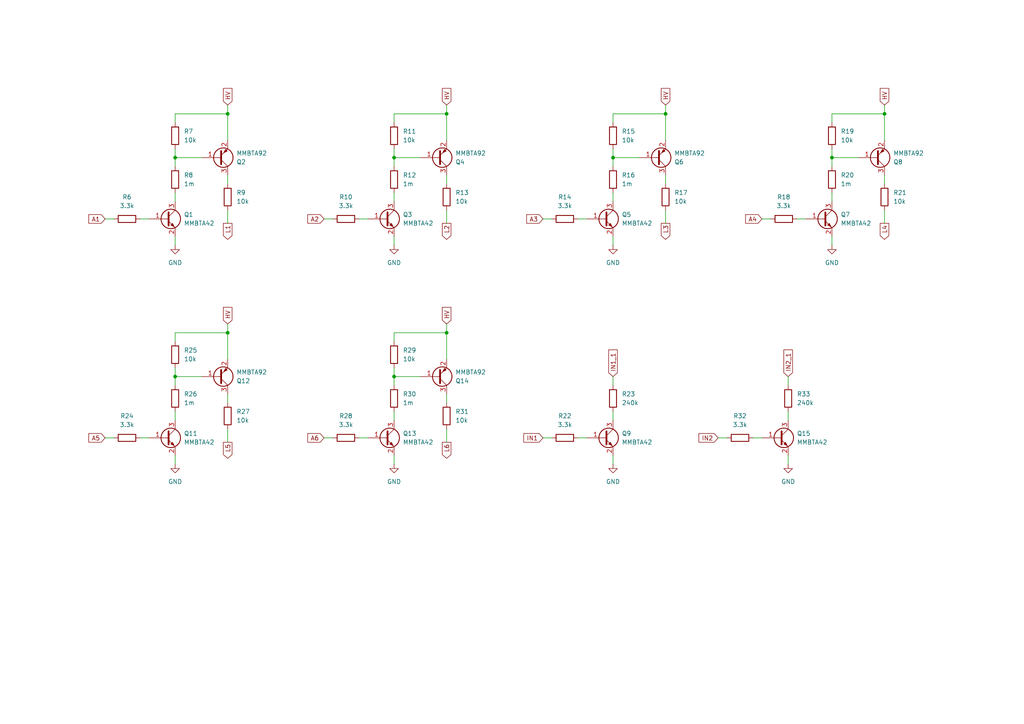
<source format=kicad_sch>
(kicad_sch (version 20231120) (generator "eeschema") (generator_version "8.0")
  (paper "A4")
  (lib_symbols
    (symbol "Device:R" (pin_numbers hide) (pin_names (offset 0))
      (property "Reference" "R" (at 2.032 0 90))
      (property "Value" "R" (at 0 0 90))
      (symbol "R_0_1"
        (rectangle (start -1.016 -2.54) (end 1.016 2.54) (stroke (width 0.254)))
      )
      (symbol "R_1_1"
        (pin passive line (at 0 3.81 270) (length 1.27) (name "~") (number "1"))
        (pin passive line (at 0 -3.81 90) (length 1.27) (name "~") (number "2"))
      )
    )
    (symbol "Transistor_BJT:MMBTA42" (pin_names (offset 0) hide)
      (property "Reference" "Q" (at 5.08 1.905 0))
      (property "Value" "MMBTA42" (at 5.08 0 0))
      (symbol "MMBTA42_0_1"
        (polyline (pts (xy 0 0) (xy 0.635 0)))
        (polyline (pts (xy 0.635 0.635) (xy 2.54 2.54)))
        (polyline (pts (xy 0.635 -0.635) (xy 2.54 -2.54) (xy 2.54 -2.54)))
        (polyline (pts (xy 0.635 1.905) (xy 0.635 -1.905) (xy 0.635 -1.905)) (stroke (width 0.508)))
        (polyline (pts (xy 1.27 -1.778) (xy 1.778 -1.27) (xy 2.286 -2.286) (xy 1.27 -1.778) (xy 1.27 -1.778)) (fill (type outline)))
        (circle (center 1.27 0) (radius 2.8194) (stroke (width 0.254)))
      )
      (symbol "MMBTA42_1_1"
        (pin input line (at -5.08 0 0) (length 5.08) (name "B") (number "1"))
        (pin passive line (at 2.54 -5.08 90) (length 2.54) (name "E") (number "2"))
        (pin passive line (at 2.54 5.08 270) (length 2.54) (name "C") (number "3"))
      )
    )
    (symbol "Transistor_BJT:MMBTA92" (pin_names (offset 0) hide)
      (property "Reference" "Q" (at 5.08 1.905 0))
      (property "Value" "MMBTA92" (at 5.08 0 0))
      (symbol "MMBTA92_0_1"
        (polyline (pts (xy 0 0) (xy 0.635 0)))
        (polyline (pts (xy 2.54 -2.54) (xy 0.635 -0.635)))
        (polyline (pts (xy 2.54 2.54) (xy 0.635 0.635)))
        (polyline (pts (xy 0.635 1.905) (xy 0.635 -1.905) (xy 0.635 -1.905)) (stroke (width 0.508)) (fill (type outline)))
        (polyline (pts (xy 1.905 -2.413) (xy 2.413 -1.905) (xy 1.397 -1.397) (xy 1.905 -2.413) (xy 1.905 -2.413)) (fill (type outline)))
        (circle (center 1.27 0) (radius 2.8194) (stroke (width 0.254)))
      )
      (symbol "MMBTA92_1_1"
        (pin input line (at -5.08 0 0) (length 5.08) (name "B") (number "1"))
        (pin passive line (at 2.54 -5.08 90) (length 2.54) (name "E") (number "2"))
        (pin passive line (at 2.54 5.08 270) (length 2.54) (name "C") (number "3"))
      )
    )
    (symbol "power:GND" (power) (pin_numbers hide) (pin_names (offset 0) hide)
      (property "Value" "GND" (at 0 -3.81 0))
      (symbol "GND_0_1"
        (polyline (pts (xy 0 0) (xy 0 -1.27) (xy 1.27 -1.27) (xy 0 -2.54) (xy -1.27 -1.27) (xy 0 -1.27)))
      )
      (symbol "GND_1_1"
        (pin power_in line (at 0 0 270) (length 0) (name "~") (number "1"))
      )
    )
  )
  (junction (at 193.04 33.02))
  (junction (at 50.8 109.22))
  (junction (at 66.04 33.02))
  (junction (at 256.54 33.02))
  (junction (at 114.3 109.22))
  (junction (at 241.3 45.72))
  (junction (at 114.3 45.72))
  (junction (at 129.54 33.02))
  (junction (at 177.8 45.72))
  (junction (at 66.04 96.52))
  (junction (at 129.54 96.52))
  (junction (at 50.8 45.72))
  (wire (pts (xy 114.3 99.06) (xy 114.3 96.52)))
  (wire (pts (xy 193.04 50.8) (xy 193.04 53.34)))
  (wire (pts (xy 220.98 63.5) (xy 223.52 63.5)))
  (wire (pts (xy 114.3 119.38) (xy 114.3 121.92)))
  (wire (pts (xy 114.3 55.88) (xy 114.3 58.42)))
  (wire (pts (xy 228.6 109.22) (xy 228.6 111.76)))
  (wire (pts (xy 177.8 33.02) (xy 193.04 33.02)))
  (wire (pts (xy 193.04 30.48) (xy 193.04 33.02)))
  (wire (pts (xy 157.48 127) (xy 160.02 127)))
  (wire (pts (xy 114.3 96.52) (xy 129.54 96.52)))
  (wire (pts (xy 177.8 55.88) (xy 177.8 58.42)))
  (wire (pts (xy 129.54 124.46) (xy 129.54 128.27)))
  (wire (pts (xy 129.54 114.3) (xy 129.54 116.84)))
  (wire (pts (xy 129.54 30.48) (xy 129.54 33.02)))
  (wire (pts (xy 50.8 99.06) (xy 50.8 96.52)))
  (wire (pts (xy 50.8 43.18) (xy 50.8 45.72)))
  (wire (pts (xy 114.3 106.68) (xy 114.3 109.22)))
  (wire (pts (xy 93.98 127) (xy 96.52 127)))
  (wire (pts (xy 129.54 93.98) (xy 129.54 96.52)))
  (wire (pts (xy 177.8 45.72) (xy 177.8 48.26)))
  (wire (pts (xy 50.8 45.72) (xy 58.42 45.72)))
  (wire (pts (xy 40.64 127) (xy 43.18 127)))
  (wire (pts (xy 129.54 33.02) (xy 129.54 40.64)))
  (wire (pts (xy 50.8 55.88) (xy 50.8 58.42)))
  (wire (pts (xy 193.04 33.02) (xy 193.04 40.64)))
  (wire (pts (xy 114.3 43.18) (xy 114.3 45.72)))
  (wire (pts (xy 114.3 132.08) (xy 114.3 134.62)))
  (wire (pts (xy 66.04 30.48) (xy 66.04 33.02)))
  (wire (pts (xy 50.8 96.52) (xy 66.04 96.52)))
  (wire (pts (xy 167.64 127) (xy 170.18 127)))
  (wire (pts (xy 50.8 109.22) (xy 58.42 109.22)))
  (wire (pts (xy 256.54 33.02) (xy 256.54 40.64)))
  (wire (pts (xy 66.04 33.02) (xy 66.04 40.64)))
  (wire (pts (xy 50.8 33.02) (xy 66.04 33.02)))
  (wire (pts (xy 241.3 35.56) (xy 241.3 33.02)))
  (wire (pts (xy 177.8 43.18) (xy 177.8 45.72)))
  (wire (pts (xy 104.14 63.5) (xy 106.68 63.5)))
  (wire (pts (xy 241.3 43.18) (xy 241.3 45.72)))
  (wire (pts (xy 177.8 45.72) (xy 185.42 45.72)))
  (wire (pts (xy 50.8 45.72) (xy 50.8 48.26)))
  (wire (pts (xy 66.04 93.98) (xy 66.04 96.52)))
  (wire (pts (xy 177.8 35.56) (xy 177.8 33.02)))
  (wire (pts (xy 50.8 106.68) (xy 50.8 109.22)))
  (wire (pts (xy 66.04 60.96) (xy 66.04 64.77)))
  (wire (pts (xy 177.8 109.22) (xy 177.8 111.76)))
  (wire (pts (xy 241.3 45.72) (xy 241.3 48.26)))
  (wire (pts (xy 228.6 132.08) (xy 228.6 134.62)))
  (wire (pts (xy 114.3 68.58) (xy 114.3 71.12)))
  (wire (pts (xy 167.64 63.5) (xy 170.18 63.5)))
  (wire (pts (xy 256.54 30.48) (xy 256.54 33.02)))
  (wire (pts (xy 40.64 63.5) (xy 43.18 63.5)))
  (wire (pts (xy 50.8 35.56) (xy 50.8 33.02)))
  (wire (pts (xy 50.8 132.08) (xy 50.8 134.62)))
  (wire (pts (xy 256.54 60.96) (xy 256.54 64.77)))
  (wire (pts (xy 241.3 33.02) (xy 256.54 33.02)))
  (wire (pts (xy 66.04 114.3) (xy 66.04 116.84)))
  (wire (pts (xy 177.8 119.38) (xy 177.8 121.92)))
  (wire (pts (xy 177.8 68.58) (xy 177.8 71.12)))
  (wire (pts (xy 30.48 127) (xy 33.02 127)))
  (wire (pts (xy 177.8 132.08) (xy 177.8 134.62)))
  (wire (pts (xy 231.14 63.5) (xy 233.68 63.5)))
  (wire (pts (xy 256.54 50.8) (xy 256.54 53.34)))
  (wire (pts (xy 129.54 60.96) (xy 129.54 64.77)))
  (wire (pts (xy 208.28 127) (xy 210.82 127)))
  (wire (pts (xy 114.3 109.22) (xy 121.92 109.22)))
  (wire (pts (xy 30.48 63.5) (xy 33.02 63.5)))
  (wire (pts (xy 157.48 63.5) (xy 160.02 63.5)))
  (wire (pts (xy 218.44 127) (xy 220.98 127)))
  (wire (pts (xy 129.54 50.8) (xy 129.54 53.34)))
  (wire (pts (xy 66.04 124.46) (xy 66.04 128.27)))
  (wire (pts (xy 104.14 127) (xy 106.68 127)))
  (wire (pts (xy 241.3 68.58) (xy 241.3 71.12)))
  (wire (pts (xy 193.04 60.96) (xy 193.04 64.77)))
  (wire (pts (xy 66.04 96.52) (xy 66.04 104.14)))
  (wire (pts (xy 50.8 119.38) (xy 50.8 121.92)))
  (wire (pts (xy 241.3 45.72) (xy 248.92 45.72)))
  (wire (pts (xy 50.8 109.22) (xy 50.8 111.76)))
  (wire (pts (xy 241.3 55.88) (xy 241.3 58.42)))
  (wire (pts (xy 50.8 68.58) (xy 50.8 71.12)))
  (wire (pts (xy 228.6 119.38) (xy 228.6 121.92)))
  (wire (pts (xy 66.04 50.8) (xy 66.04 53.34)))
  (wire (pts (xy 114.3 109.22) (xy 114.3 111.76)))
  (wire (pts (xy 93.98 63.5) (xy 96.52 63.5)))
  (wire (pts (xy 114.3 45.72) (xy 114.3 48.26)))
  (wire (pts (xy 114.3 33.02) (xy 129.54 33.02)))
  (wire (pts (xy 114.3 45.72) (xy 121.92 45.72)))
  (wire (pts (xy 129.54 96.52) (xy 129.54 104.14)))
  (wire (pts (xy 114.3 35.56) (xy 114.3 33.02)))
  (global_label "L6" (shape output) (at 129.54 128.27 270) (property "Intersheetrefs" "${INTERSHEET_REFS}" (effects (hide yes))))
  (global_label "IN1_1" (shape input) (at 177.8 109.22 90) (property "Intersheetrefs" "${INTERSHEET_REFS}" (effects (hide yes))))
  (global_label "L1" (shape output) (at 66.04 64.77 270) (property "Intersheetrefs" "${INTERSHEET_REFS}" (effects (hide yes))))
  (global_label "L3" (shape output) (at 193.04 64.77 270) (property "Intersheetrefs" "${INTERSHEET_REFS}" (effects (hide yes))))
  (global_label "A1" (shape input) (at 30.48 63.5 180) (property "Intersheetrefs" "${INTERSHEET_REFS}" (effects (hide yes))))
  (global_label "HV" (shape input) (at 129.54 30.48 90) (property "Intersheetrefs" "${INTERSHEET_REFS}" (effects (hide yes))))
  (global_label "HV" (shape input) (at 193.04 30.48 90) (property "Intersheetrefs" "${INTERSHEET_REFS}" (effects (hide yes))))
  (global_label "L4" (shape output) (at 256.54 64.77 270) (property "Intersheetrefs" "${INTERSHEET_REFS}" (effects (hide yes))))
  (global_label "A2" (shape input) (at 93.98 63.5 180) (property "Intersheetrefs" "${INTERSHEET_REFS}" (effects (hide yes))))
  (global_label "IN1" (shape input) (at 157.48 127 180) (property "Intersheetrefs" "${INTERSHEET_REFS}" (effects (hide yes))))
  (global_label "L2" (shape output) (at 129.54 64.77 270) (property "Intersheetrefs" "${INTERSHEET_REFS}" (effects (hide yes))))
  (global_label "HV" (shape input) (at 256.54 30.48 90) (property "Intersheetrefs" "${INTERSHEET_REFS}" (effects (hide yes))))
  (global_label "HV" (shape input) (at 66.04 30.48 90) (property "Intersheetrefs" "${INTERSHEET_REFS}" (effects (hide yes))))
  (global_label "HV" (shape input) (at 129.54 93.98 90) (property "Intersheetrefs" "${INTERSHEET_REFS}" (effects (hide yes))))
  (global_label "IN2" (shape input) (at 208.28 127 180) (property "Intersheetrefs" "${INTERSHEET_REFS}" (effects (hide yes))))
  (global_label "A6" (shape input) (at 93.98 127 180) (property "Intersheetrefs" "${INTERSHEET_REFS}" (effects (hide yes))))
  (global_label "HV" (shape input) (at 66.04 93.98 90) (property "Intersheetrefs" "${INTERSHEET_REFS}" (effects (hide yes))))
  (global_label "L5" (shape output) (at 66.04 128.27 270) (property "Intersheetrefs" "${INTERSHEET_REFS}" (effects (hide yes))))
  (global_label "IN2_1" (shape input) (at 228.6 109.22 90) (property "Intersheetrefs" "${INTERSHEET_REFS}" (effects (hide yes))))
  (global_label "A5" (shape input) (at 30.48 127 180) (property "Intersheetrefs" "${INTERSHEET_REFS}" (effects (hide yes))))
  (global_label "A4" (shape input) (at 220.98 63.5 180) (property "Intersheetrefs" "${INTERSHEET_REFS}" (effects (hide yes))))
  (global_label "A3" (shape input) (at 157.48 63.5 180) (property "Intersheetrefs" "${INTERSHEET_REFS}" (effects (hide yes))))
  (symbol (lib_id "Device:R") (at 50.8 115.57 180) (unit 1)
    (property "Reference" "R26" (at 53.34 114.3 0) (effects (justify right)))
    (property "Value" "1m" (at 53.34 116.84 0) (effects (justify right)))
    (property "Footprint" "Resistor_SMD:R_0805_2012Metric_Pad1.20x1.40mm_HandSolder" (effects (hide yes)))
  )
  (symbol (lib_id "Device:R") (at 177.8 52.07 180) (unit 1)
    (property "Reference" "R16" (at 180.34 50.8 0) (effects (justify right)))
    (property "Value" "1m" (at 180.34 53.34 0) (effects (justify right)))
    (property "Footprint" "Resistor_SMD:R_0805_2012Metric_Pad1.20x1.40mm_HandSolder" (effects (hide yes)))
  )
  (symbol (lib_id "Transistor_BJT:MMBTA42") (at 175.26 127 0) (unit 1)
    (property "Reference" "Q9" (at 180.34 125.73 0) (effects (justify left)))
    (property "Value" "MMBTA42" (at 180.34 128.27 0) (effects (justify left)))
    (property "Footprint" "Package_TO_SOT_SMD:SOT-23" (effects (hide yes)))
    (property "Datasheet" "https://www.onsemi.com/pub/Collateral/MMBTA42LT1-D.PDF" (effects (hide yes)))
  )
  (symbol (lib_id "Transistor_BJT:MMBTA92") (at 127 109.22 0) (mirror x) (unit 1)
    (property "Reference" "Q14" (at 132.08 110.49 0) (effects (justify left)))
    (property "Value" "MMBTA92" (at 132.08 107.95 0) (effects (justify left)))
    (property "Footprint" "Package_TO_SOT_SMD:SOT-23" (effects (hide yes)))
    (property "Datasheet" "https://www.onsemi.com/pub/Collateral/MMBTA92LT1-D.PDF" (effects (hide yes)))
  )
  (symbol (lib_id "Device:R") (at 129.54 120.65 180) (unit 1)
    (property "Reference" "R31" (at 132.08 119.38 0) (effects (justify right)))
    (property "Value" "10k" (at 132.08 121.92 0) (effects (justify right)))
    (property "Footprint" "Resistor_SMD:R_0805_2012Metric_Pad1.20x1.40mm_HandSolder" (effects (hide yes)))
  )
  (symbol (lib_id "Device:R") (at 50.8 102.87 180) (unit 1)
    (property "Reference" "R25" (at 53.34 101.6 0) (effects (justify right)))
    (property "Value" "10k" (at 53.34 104.14 0) (effects (justify right)))
    (property "Footprint" "Resistor_SMD:R_0805_2012Metric_Pad1.20x1.40mm_HandSolder" (effects (hide yes)))
  )
  (symbol (lib_id "power:GND") (at 50.8 134.62 0) (unit 1)
    (property "Reference" "#PWR033" (effects (hide yes)))
    (property "Value" "GND" (at 50.8 139.7 0))
    (property "Description" "Power symbol creates a global label with name \"GND\" , ground" (effects (hide yes)))
  )
  (symbol (lib_id "Transistor_BJT:MMBTA42") (at 48.26 63.5 0) (unit 1)
    (property "Reference" "Q1" (at 53.34 62.23 0) (effects (justify left)))
    (property "Value" "MMBTA42" (at 53.34 64.77 0) (effects (justify left)))
    (property "Footprint" "Package_TO_SOT_SMD:SOT-23" (effects (hide yes)))
    (property "Datasheet" "https://www.onsemi.com/pub/Collateral/MMBTA42LT1-D.PDF" (effects (hide yes)))
  )
  (symbol (lib_id "Transistor_BJT:MMBTA42") (at 111.76 63.5 0) (unit 1)
    (property "Reference" "Q3" (at 116.84 62.23 0) (effects (justify left)))
    (property "Value" "MMBTA42" (at 116.84 64.77 0) (effects (justify left)))
    (property "Footprint" "Package_TO_SOT_SMD:SOT-23" (effects (hide yes)))
    (property "Datasheet" "https://www.onsemi.com/pub/Collateral/MMBTA42LT1-D.PDF" (effects (hide yes)))
  )
  (symbol (lib_id "Transistor_BJT:MMBTA92") (at 254 45.72 0) (mirror x) (unit 1)
    (property "Reference" "Q8" (at 259.08 46.99 0) (effects (justify left)))
    (property "Value" "MMBTA92" (at 259.08 44.45 0) (effects (justify left)))
    (property "Footprint" "Package_TO_SOT_SMD:SOT-23" (effects (hide yes)))
    (property "Datasheet" "https://www.onsemi.com/pub/Collateral/MMBTA92LT1-D.PDF" (effects (hide yes)))
  )
  (symbol (lib_id "Transistor_BJT:MMBTA42") (at 48.26 127 0) (unit 1)
    (property "Reference" "Q11" (at 53.34 125.73 0) (effects (justify left)))
    (property "Value" "MMBTA42" (at 53.34 128.27 0) (effects (justify left)))
    (property "Footprint" "Package_TO_SOT_SMD:SOT-23" (effects (hide yes)))
    (property "Datasheet" "https://www.onsemi.com/pub/Collateral/MMBTA42LT1-D.PDF" (effects (hide yes)))
  )
  (symbol (lib_id "power:GND") (at 228.6 134.62 0) (unit 1)
    (property "Reference" "#PWR035" (effects (hide yes)))
    (property "Value" "GND" (at 228.6 139.7 0))
    (property "Description" "Power symbol creates a global label with name \"GND\" , ground" (effects (hide yes)))
  )
  (symbol (lib_id "Device:R") (at 66.04 57.15 180) (unit 1)
    (property "Reference" "R9" (at 68.58 55.88 0) (effects (justify right)))
    (property "Value" "10k" (at 68.58 58.42 0) (effects (justify right)))
    (property "Footprint" "Resistor_SMD:R_0805_2012Metric_Pad1.20x1.40mm_HandSolder" (effects (hide yes)))
  )
  (symbol (lib_id "Device:R") (at 241.3 52.07 180) (unit 1)
    (property "Reference" "R20" (at 243.84 50.8 0) (effects (justify right)))
    (property "Value" "1m" (at 243.84 53.34 0) (effects (justify right)))
    (property "Footprint" "Resistor_SMD:R_0805_2012Metric_Pad1.20x1.40mm_HandSolder" (effects (hide yes)))
  )
  (symbol (lib_id "Device:R") (at 163.83 63.5 90) (unit 1)
    (property "Reference" "R14" (at 163.83 57.15 90))
    (property "Value" "3.3k" (at 163.83 59.69 90))
    (property "Footprint" "Resistor_SMD:R_0805_2012Metric_Pad1.20x1.40mm_HandSolder" (effects (hide yes)))
  )
  (symbol (lib_id "Device:R") (at 256.54 57.15 180) (unit 1)
    (property "Reference" "R21" (at 259.08 55.88 0) (effects (justify right)))
    (property "Value" "10k" (at 259.08 58.42 0) (effects (justify right)))
    (property "Footprint" "Resistor_SMD:R_0805_2012Metric_Pad1.20x1.40mm_HandSolder" (effects (hide yes)))
  )
  (symbol (lib_id "Device:R") (at 114.3 102.87 180) (unit 1)
    (property "Reference" "R29" (at 116.84 101.6 0) (effects (justify right)))
    (property "Value" "10k" (at 116.84 104.14 0) (effects (justify right)))
    (property "Footprint" "Resistor_SMD:R_0805_2012Metric_Pad1.20x1.40mm_HandSolder" (effects (hide yes)))
  )
  (symbol (lib_id "Device:R") (at 227.33 63.5 90) (unit 1)
    (property "Reference" "R18" (at 227.33 57.15 90))
    (property "Value" "3.3k" (at 227.33 59.69 90))
    (property "Footprint" "Resistor_SMD:R_0805_2012Metric_Pad1.20x1.40mm_HandSolder" (effects (hide yes)))
  )
  (symbol (lib_id "Transistor_BJT:MMBTA42") (at 111.76 127 0) (unit 1)
    (property "Reference" "Q13" (at 116.84 125.73 0) (effects (justify left)))
    (property "Value" "MMBTA42" (at 116.84 128.27 0) (effects (justify left)))
    (property "Footprint" "Package_TO_SOT_SMD:SOT-23" (effects (hide yes)))
    (property "Datasheet" "https://www.onsemi.com/pub/Collateral/MMBTA42LT1-D.PDF" (effects (hide yes)))
  )
  (symbol (lib_id "Device:R") (at 241.3 39.37 180) (unit 1)
    (property "Reference" "R19" (at 243.84 38.1 0) (effects (justify right)))
    (property "Value" "10k" (at 243.84 40.64 0) (effects (justify right)))
    (property "Footprint" "Resistor_SMD:R_0805_2012Metric_Pad1.20x1.40mm_HandSolder" (effects (hide yes)))
  )
  (symbol (lib_id "Transistor_BJT:MMBTA92") (at 190.5 45.72 0) (mirror x) (unit 1)
    (property "Reference" "Q6" (at 195.58 46.99 0) (effects (justify left)))
    (property "Value" "MMBTA92" (at 195.58 44.45 0) (effects (justify left)))
    (property "Footprint" "Package_TO_SOT_SMD:SOT-23" (effects (hide yes)))
    (property "Datasheet" "https://www.onsemi.com/pub/Collateral/MMBTA92LT1-D.PDF" (effects (hide yes)))
  )
  (symbol (lib_id "Device:R") (at 100.33 127 90) (unit 1)
    (property "Reference" "R28" (at 100.33 120.65 90))
    (property "Value" "3.3k" (at 100.33 123.19 90))
    (property "Footprint" "Resistor_SMD:R_0805_2012Metric_Pad1.20x1.40mm_HandSolder" (effects (hide yes)))
  )
  (symbol (lib_id "power:GND") (at 241.3 71.12 0) (unit 1)
    (property "Reference" "#PWR018" (effects (hide yes)))
    (property "Value" "GND" (at 241.3 76.2 0))
    (property "Description" "Power symbol creates a global label with name \"GND\" , ground" (effects (hide yes)))
  )
  (symbol (lib_id "Transistor_BJT:MMBTA92") (at 127 45.72 0) (mirror x) (unit 1)
    (property "Reference" "Q4" (at 132.08 46.99 0) (effects (justify left)))
    (property "Value" "MMBTA92" (at 132.08 44.45 0) (effects (justify left)))
    (property "Footprint" "Package_TO_SOT_SMD:SOT-23" (effects (hide yes)))
    (property "Datasheet" "https://www.onsemi.com/pub/Collateral/MMBTA92LT1-D.PDF" (effects (hide yes)))
  )
  (symbol (lib_id "Device:R") (at 193.04 57.15 180) (unit 1)
    (property "Reference" "R17" (at 195.58 55.88 0) (effects (justify right)))
    (property "Value" "10k" (at 195.58 58.42 0) (effects (justify right)))
    (property "Footprint" "Resistor_SMD:R_0805_2012Metric_Pad1.20x1.40mm_HandSolder" (effects (hide yes)))
  )
  (symbol (lib_id "power:GND") (at 177.8 134.62 0) (unit 1)
    (property "Reference" "#PWR021" (effects (hide yes)))
    (property "Value" "GND" (at 177.8 139.7 0))
    (property "Description" "Power symbol creates a global label with name \"GND\" , ground" (effects (hide yes)))
  )
  (symbol (lib_id "Device:R") (at 214.63 127 90) (unit 1)
    (property "Reference" "R32" (at 214.63 120.65 90))
    (property "Value" "3.3k" (at 214.63 123.19 90))
    (property "Footprint" "Resistor_SMD:R_0805_2012Metric_Pad1.20x1.40mm_HandSolder" (effects (hide yes)))
  )
  (symbol (lib_id "Device:R") (at 50.8 52.07 180) (unit 1)
    (property "Reference" "R8" (at 53.34 50.8 0) (effects (justify right)))
    (property "Value" "1m" (at 53.34 53.34 0) (effects (justify right)))
    (property "Footprint" "Resistor_SMD:R_0805_2012Metric_Pad1.20x1.40mm_HandSolder" (effects (hide yes)))
  )
  (symbol (lib_id "Device:R") (at 114.3 39.37 180) (unit 1)
    (property "Reference" "R11" (at 116.84 38.1 0) (effects (justify right)))
    (property "Value" "10k" (at 116.84 40.64 0) (effects (justify right)))
    (property "Footprint" "Resistor_SMD:R_0805_2012Metric_Pad1.20x1.40mm_HandSolder" (effects (hide yes)))
  )
  (symbol (lib_id "Device:R") (at 177.8 115.57 180) (unit 1)
    (property "Reference" "R23" (at 180.34 114.3 0) (effects (justify right)))
    (property "Value" "240k" (at 180.34 116.84 0) (effects (justify right)))
    (property "Footprint" "Resistor_SMD:R_0805_2012Metric_Pad1.20x1.40mm_HandSolder" (effects (hide yes)))
  )
  (symbol (lib_id "Transistor_BJT:MMBTA42") (at 238.76 63.5 0) (unit 1)
    (property "Reference" "Q7" (at 243.84 62.23 0) (effects (justify left)))
    (property "Value" "MMBTA42" (at 243.84 64.77 0) (effects (justify left)))
    (property "Footprint" "Package_TO_SOT_SMD:SOT-23" (effects (hide yes)))
    (property "Datasheet" "https://www.onsemi.com/pub/Collateral/MMBTA42LT1-D.PDF" (effects (hide yes)))
  )
  (symbol (lib_id "Device:R") (at 177.8 39.37 180) (unit 1)
    (property "Reference" "R15" (at 180.34 38.1 0) (effects (justify right)))
    (property "Value" "10k" (at 180.34 40.64 0) (effects (justify right)))
    (property "Footprint" "Resistor_SMD:R_0805_2012Metric_Pad1.20x1.40mm_HandSolder" (effects (hide yes)))
  )
  (symbol (lib_id "power:GND") (at 114.3 134.62 0) (unit 1)
    (property "Reference" "#PWR034" (effects (hide yes)))
    (property "Value" "GND" (at 114.3 139.7 0))
    (property "Description" "Power symbol creates a global label with name \"GND\" , ground" (effects (hide yes)))
  )
  (symbol (lib_id "Transistor_BJT:MMBTA42") (at 226.06 127 0) (unit 1)
    (property "Reference" "Q15" (at 231.14 125.73 0) (effects (justify left)))
    (property "Value" "MMBTA42" (at 231.14 128.27 0) (effects (justify left)))
    (property "Footprint" "Package_TO_SOT_SMD:SOT-23" (effects (hide yes)))
    (property "Datasheet" "https://www.onsemi.com/pub/Collateral/MMBTA42LT1-D.PDF" (effects (hide yes)))
  )
  (symbol (lib_id "Device:R") (at 129.54 57.15 180) (unit 1)
    (property "Reference" "R13" (at 132.08 55.88 0) (effects (justify right)))
    (property "Value" "10k" (at 132.08 58.42 0) (effects (justify right)))
    (property "Footprint" "Resistor_SMD:R_0805_2012Metric_Pad1.20x1.40mm_HandSolder" (effects (hide yes)))
  )
  (symbol (lib_id "power:GND") (at 50.8 71.12 0) (unit 1)
    (property "Reference" "#PWR015" (effects (hide yes)))
    (property "Value" "GND" (at 50.8 76.2 0))
    (property "Description" "Power symbol creates a global label with name \"GND\" , ground" (effects (hide yes)))
  )
  (symbol (lib_id "Device:R") (at 36.83 63.5 90) (unit 1)
    (property "Reference" "R6" (at 36.83 57.15 90))
    (property "Value" "3.3k" (at 36.83 59.69 90))
    (property "Footprint" "Resistor_SMD:R_0805_2012Metric_Pad1.20x1.40mm_HandSolder" (effects (hide yes)))
  )
  (symbol (lib_id "Device:R") (at 163.83 127 90) (unit 1)
    (property "Reference" "R22" (at 163.83 120.65 90))
    (property "Value" "3.3k" (at 163.83 123.19 90))
    (property "Footprint" "Resistor_SMD:R_0805_2012Metric_Pad1.20x1.40mm_HandSolder" (effects (hide yes)))
  )
  (symbol (lib_id "Device:R") (at 50.8 39.37 180) (unit 1)
    (property "Reference" "R7" (at 53.34 38.1 0) (effects (justify right)))
    (property "Value" "10k" (at 53.34 40.64 0) (effects (justify right)))
    (property "Footprint" "Resistor_SMD:R_0805_2012Metric_Pad1.20x1.40mm_HandSolder" (effects (hide yes)))
  )
  (symbol (lib_id "Device:R") (at 114.3 115.57 180) (unit 1)
    (property "Reference" "R30" (at 116.84 114.3 0) (effects (justify right)))
    (property "Value" "1m" (at 116.84 116.84 0) (effects (justify right)))
    (property "Footprint" "Resistor_SMD:R_0805_2012Metric_Pad1.20x1.40mm_HandSolder" (effects (hide yes)))
  )
  (symbol (lib_id "Transistor_BJT:MMBTA92") (at 63.5 45.72 0) (mirror x) (unit 1)
    (property "Reference" "Q2" (at 68.58 46.99 0) (effects (justify left)))
    (property "Value" "MMBTA92" (at 68.58 44.45 0) (effects (justify left)))
    (property "Footprint" "Package_TO_SOT_SMD:SOT-23" (effects (hide yes)))
    (property "Datasheet" "https://www.onsemi.com/pub/Collateral/MMBTA92LT1-D.PDF" (effects (hide yes)))
  )
  (symbol (lib_id "power:GND") (at 177.8 71.12 0) (unit 1)
    (property "Reference" "#PWR017" (effects (hide yes)))
    (property "Value" "GND" (at 177.8 76.2 0))
    (property "Description" "Power symbol creates a global label with name \"GND\" , ground" (effects (hide yes)))
  )
  (symbol (lib_id "Device:R") (at 100.33 63.5 90) (unit 1)
    (property "Reference" "R10" (at 100.33 57.15 90))
    (property "Value" "3.3k" (at 100.33 59.69 90))
    (property "Footprint" "Resistor_SMD:R_0805_2012Metric_Pad1.20x1.40mm_HandSolder" (effects (hide yes)))
  )
  (symbol (lib_id "Transistor_BJT:MMBTA92") (at 63.5 109.22 0) (mirror x) (unit 1)
    (property "Reference" "Q12" (at 68.58 110.49 0) (effects (justify left)))
    (property "Value" "MMBTA92" (at 68.58 107.95 0) (effects (justify left)))
    (property "Footprint" "Package_TO_SOT_SMD:SOT-23" (effects (hide yes)))
    (property "Datasheet" "https://www.onsemi.com/pub/Collateral/MMBTA92LT1-D.PDF" (effects (hide yes)))
  )
  (symbol (lib_id "Device:R") (at 114.3 52.07 180) (unit 1)
    (property "Reference" "R12" (at 116.84 50.8 0) (effects (justify right)))
    (property "Value" "1m" (at 116.84 53.34 0) (effects (justify right)))
    (property "Footprint" "Resistor_SMD:R_0805_2012Metric_Pad1.20x1.40mm_HandSolder" (effects (hide yes)))
  )
  (symbol (lib_id "Device:R") (at 228.6 115.57 180) (unit 1)
    (property "Reference" "R33" (at 231.14 114.3 0) (effects (justify right)))
    (property "Value" "240k" (at 231.14 116.84 0) (effects (justify right)))
    (property "Footprint" "Resistor_SMD:R_0805_2012Metric_Pad1.20x1.40mm_HandSolder" (effects (hide yes)))
  )
  (symbol (lib_id "Transistor_BJT:MMBTA42") (at 175.26 63.5 0) (unit 1)
    (property "Reference" "Q5" (at 180.34 62.23 0) (effects (justify left)))
    (property "Value" "MMBTA42" (at 180.34 64.77 0) (effects (justify left)))
    (property "Footprint" "Package_TO_SOT_SMD:SOT-23" (effects (hide yes)))
    (property "Datasheet" "https://www.onsemi.com/pub/Collateral/MMBTA42LT1-D.PDF" (effects (hide yes)))
  )
  (symbol (lib_id "power:GND") (at 114.3 71.12 0) (unit 1)
    (property "Reference" "#PWR016" (effects (hide yes)))
    (property "Value" "GND" (at 114.3 76.2 0))
    (property "Description" "Power symbol creates a global label with name \"GND\" , ground" (effects (hide yes)))
  )
  (symbol (lib_id "Device:R") (at 36.83 127 90) (unit 1)
    (property "Reference" "R24" (at 36.83 120.65 90))
    (property "Value" "3.3k" (at 36.83 123.19 90))
    (property "Footprint" "Resistor_SMD:R_0805_2012Metric_Pad1.20x1.40mm_HandSolder" (effects (hide yes)))
  )
  (symbol (lib_id "Device:R") (at 66.04 120.65 180) (unit 1)
    (property "Reference" "R27" (at 68.58 119.38 0) (effects (justify right)))
    (property "Value" "10k" (at 68.58 121.92 0) (effects (justify right)))
    (property "Footprint" "Resistor_SMD:R_0805_2012Metric_Pad1.20x1.40mm_HandSolder" (effects (hide yes)))
  )
)
</source>
